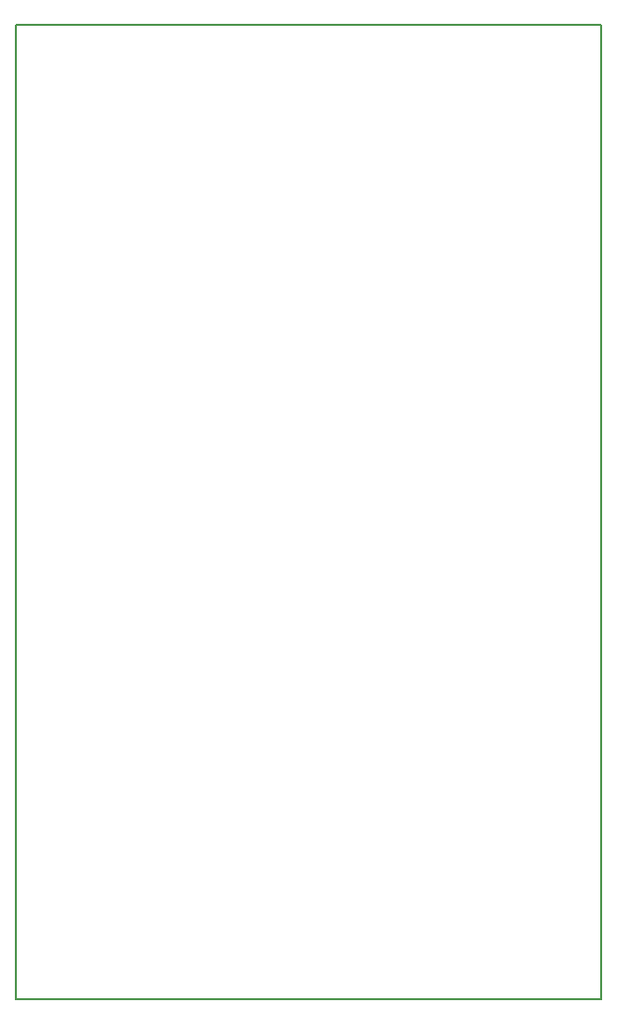
<source format=gbr>
%TF.GenerationSoftware,KiCad,Pcbnew,6.0.0-rc1-unknown-f2ccad3~66~ubuntu18.04.1*%
%TF.CreationDate,2018-11-07T22:10:35+01:00*%
%TF.ProjectId,clasicOverdrive,636c6173-6963-44f7-9665-726472697665,rev?*%
%TF.SameCoordinates,PX5f67d40PY8f46778*%
%TF.FileFunction,Profile,NP*%
%FSLAX46Y46*%
G04 Gerber Fmt 4.6, Leading zero omitted, Abs format (unit mm)*
G04 Created by KiCad (PCBNEW 6.0.0-rc1-unknown-f2ccad3~66~ubuntu18.04.1) date Mi 07 Nov 2018 22:10:35 CET*
%MOMM*%
%LPD*%
G01*
G04 APERTURE LIST*
%ADD10C,0.150000*%
G04 APERTURE END LIST*
D10*
X50000000Y0D02*
X50000000Y83000000D01*
X0Y83000000D02*
X0Y0D01*
X50000000Y83000000D02*
X0Y83000000D01*
X0Y0D02*
X50000000Y0D01*
M02*

</source>
